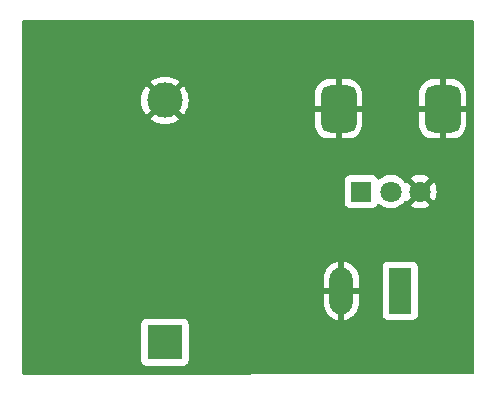
<source format=gbr>
%TF.GenerationSoftware,KiCad,Pcbnew,7.0.7+dfsg-1*%
%TF.CreationDate,2024-02-18T13:39:17+01:00*%
%TF.ProjectId,test23,74657374-3233-42e6-9b69-6361645f7063,rev?*%
%TF.SameCoordinates,Original*%
%TF.FileFunction,Copper,L1,Top*%
%TF.FilePolarity,Positive*%
%FSLAX46Y46*%
G04 Gerber Fmt 4.6, Leading zero omitted, Abs format (unit mm)*
G04 Created by KiCad (PCBNEW 7.0.7+dfsg-1) date 2024-02-18 13:39:17*
%MOMM*%
%LPD*%
G01*
G04 APERTURE LIST*
G04 Aperture macros list*
%AMRoundRect*
0 Rectangle with rounded corners*
0 $1 Rounding radius*
0 $2 $3 $4 $5 $6 $7 $8 $9 X,Y pos of 4 corners*
0 Add a 4 corners polygon primitive as box body*
4,1,4,$2,$3,$4,$5,$6,$7,$8,$9,$2,$3,0*
0 Add four circle primitives for the rounded corners*
1,1,$1+$1,$2,$3*
1,1,$1+$1,$4,$5*
1,1,$1+$1,$6,$7*
1,1,$1+$1,$8,$9*
0 Add four rect primitives between the rounded corners*
20,1,$1+$1,$2,$3,$4,$5,0*
20,1,$1+$1,$4,$5,$6,$7,0*
20,1,$1+$1,$6,$7,$8,$9,0*
20,1,$1+$1,$8,$9,$2,$3,0*%
G04 Aperture macros list end*
%TA.AperFunction,ComponentPad*%
%ADD10R,3.000000X3.000000*%
%TD*%
%TA.AperFunction,ComponentPad*%
%ADD11C,3.000000*%
%TD*%
%TA.AperFunction,ComponentPad*%
%ADD12R,1.800000X1.800000*%
%TD*%
%TA.AperFunction,ComponentPad*%
%ADD13C,1.800000*%
%TD*%
%TA.AperFunction,ComponentPad*%
%ADD14RoundRect,0.750000X0.750000X-1.250000X0.750000X1.250000X-0.750000X1.250000X-0.750000X-1.250000X0*%
%TD*%
%TA.AperFunction,ComponentPad*%
%ADD15R,1.980000X3.960000*%
%TD*%
%TA.AperFunction,ComponentPad*%
%ADD16O,1.980000X3.960000*%
%TD*%
%TA.AperFunction,ViaPad*%
%ADD17C,1.800000*%
%TD*%
G04 APERTURE END LIST*
D10*
%TO.P,BT1,1,+*%
%TO.N,V1*%
X147509999Y-77970001D03*
D11*
%TO.P,BT1,2,-*%
%TO.N,VGND*%
X147509999Y-57480001D03*
%TD*%
D12*
%TO.P,RV1,1,1*%
%TO.N,V1*%
X164120000Y-65200000D03*
D13*
%TO.P,RV1,2,2*%
%TO.N,V2*%
X166620000Y-65200000D03*
%TO.P,RV1,3,3*%
%TO.N,VGND*%
X169120000Y-65200000D03*
D14*
%TO.P,RV1,MP*%
X162220000Y-58200000D03*
X171020000Y-58200000D03*
%TD*%
D15*
%TO.P,J1,1,Pin_1*%
%TO.N,V2*%
X167450000Y-73610000D03*
D16*
%TO.P,J1,2,Pin_2*%
%TO.N,VGND*%
X162450000Y-73610000D03*
%TD*%
D17*
%TO.N,VGND*%
X155820000Y-52450000D03*
X137970000Y-52980000D03*
X171810000Y-75810000D03*
X139040000Y-75910000D03*
X155020000Y-76020000D03*
%TD*%
%TA.AperFunction,Conductor*%
%TO.N,VGND*%
G36*
X173622539Y-50670185D02*
G01*
X173668294Y-50722989D01*
X173679500Y-50774500D01*
X173679500Y-80546194D01*
X173659815Y-80613233D01*
X173607011Y-80658988D01*
X173555694Y-80670194D01*
X135708462Y-80729500D01*
X135574500Y-80729500D01*
X135507461Y-80709815D01*
X135461706Y-80657011D01*
X135450500Y-80605500D01*
X135450500Y-79517871D01*
X145509499Y-79517871D01*
X145509500Y-79517877D01*
X145515907Y-79577484D01*
X145566201Y-79712329D01*
X145566205Y-79712336D01*
X145652451Y-79827545D01*
X145652454Y-79827548D01*
X145767663Y-79913794D01*
X145767670Y-79913798D01*
X145902516Y-79964092D01*
X145902515Y-79964092D01*
X145909443Y-79964836D01*
X145962126Y-79970501D01*
X149057871Y-79970500D01*
X149117482Y-79964092D01*
X149252330Y-79913797D01*
X149367545Y-79827547D01*
X149453795Y-79712332D01*
X149504090Y-79577484D01*
X149510499Y-79517874D01*
X149510498Y-76422129D01*
X149504090Y-76362518D01*
X149453795Y-76227670D01*
X149453794Y-76227669D01*
X149453792Y-76227665D01*
X149367546Y-76112456D01*
X149367543Y-76112453D01*
X149252334Y-76026207D01*
X149252327Y-76026203D01*
X149117481Y-75975909D01*
X149117482Y-75975909D01*
X149057882Y-75969502D01*
X149057880Y-75969501D01*
X149057872Y-75969501D01*
X149057863Y-75969501D01*
X145962128Y-75969501D01*
X145962122Y-75969502D01*
X145902515Y-75975909D01*
X145767670Y-76026203D01*
X145767663Y-76026207D01*
X145652454Y-76112453D01*
X145652451Y-76112456D01*
X145566205Y-76227665D01*
X145566201Y-76227672D01*
X145515907Y-76362518D01*
X145509500Y-76422117D01*
X145509500Y-76422124D01*
X145509499Y-76422136D01*
X145509499Y-79517871D01*
X135450500Y-79517871D01*
X135450500Y-73359999D01*
X160959999Y-73359999D01*
X160960000Y-73360000D01*
X161673593Y-73360000D01*
X161740632Y-73379685D01*
X161786387Y-73432489D01*
X161796331Y-73501647D01*
X161793989Y-73513677D01*
X161790000Y-73529859D01*
X161790000Y-73690140D01*
X161793989Y-73706323D01*
X161790921Y-73776125D01*
X161750603Y-73833188D01*
X161685834Y-73859394D01*
X161673593Y-73860000D01*
X160960000Y-73860000D01*
X160960000Y-74661631D01*
X160975284Y-74846090D01*
X161035901Y-75085460D01*
X161135092Y-75311591D01*
X161270148Y-75518311D01*
X161437394Y-75699988D01*
X161437398Y-75699991D01*
X161632245Y-75851647D01*
X161632251Y-75851651D01*
X161849421Y-75969178D01*
X161849429Y-75969181D01*
X162082970Y-76049356D01*
X162199999Y-76068885D01*
X162200000Y-76068884D01*
X162200000Y-74384458D01*
X162219685Y-74317419D01*
X162272489Y-74271664D01*
X162338944Y-74261362D01*
X162402297Y-74269054D01*
X162410080Y-74270000D01*
X162410081Y-74270000D01*
X162489920Y-74270000D01*
X162497702Y-74269054D01*
X162561055Y-74261362D01*
X162629975Y-74272822D01*
X162681762Y-74319725D01*
X162700000Y-74384458D01*
X162700000Y-76068885D01*
X162817029Y-76049356D01*
X163050570Y-75969181D01*
X163050578Y-75969178D01*
X163267748Y-75851651D01*
X163267754Y-75851647D01*
X163462601Y-75699991D01*
X163462605Y-75699988D01*
X163519789Y-75637870D01*
X165959500Y-75637870D01*
X165959501Y-75637876D01*
X165965908Y-75697483D01*
X166016202Y-75832328D01*
X166016206Y-75832335D01*
X166102452Y-75947544D01*
X166102455Y-75947547D01*
X166217664Y-76033793D01*
X166217671Y-76033797D01*
X166352517Y-76084091D01*
X166352516Y-76084091D01*
X166359444Y-76084835D01*
X166412127Y-76090500D01*
X168487872Y-76090499D01*
X168547483Y-76084091D01*
X168682331Y-76033796D01*
X168797546Y-75947546D01*
X168883796Y-75832331D01*
X168934091Y-75697483D01*
X168940500Y-75637873D01*
X168940499Y-71582128D01*
X168934091Y-71522517D01*
X168933156Y-71520011D01*
X168883797Y-71387671D01*
X168883793Y-71387664D01*
X168797547Y-71272455D01*
X168797544Y-71272452D01*
X168682335Y-71186206D01*
X168682328Y-71186202D01*
X168547482Y-71135908D01*
X168547483Y-71135908D01*
X168487883Y-71129501D01*
X168487881Y-71129500D01*
X168487873Y-71129500D01*
X168487864Y-71129500D01*
X166412129Y-71129500D01*
X166412123Y-71129501D01*
X166352516Y-71135908D01*
X166217671Y-71186202D01*
X166217664Y-71186206D01*
X166102455Y-71272452D01*
X166102452Y-71272455D01*
X166016206Y-71387664D01*
X166016202Y-71387671D01*
X165965908Y-71522517D01*
X165959501Y-71582116D01*
X165959501Y-71582123D01*
X165959500Y-71582135D01*
X165959500Y-75637870D01*
X163519789Y-75637870D01*
X163629851Y-75518311D01*
X163764907Y-75311591D01*
X163864098Y-75085460D01*
X163924715Y-74846090D01*
X163940000Y-74661631D01*
X163940000Y-73860000D01*
X163226407Y-73860000D01*
X163159368Y-73840315D01*
X163113613Y-73787511D01*
X163103669Y-73718353D01*
X163106011Y-73706323D01*
X163107349Y-73700891D01*
X163110000Y-73690138D01*
X163110000Y-73529862D01*
X163106010Y-73513677D01*
X163109079Y-73443875D01*
X163149397Y-73386812D01*
X163214166Y-73360606D01*
X163226407Y-73360000D01*
X163940000Y-73360000D01*
X163940000Y-72558369D01*
X163924715Y-72373909D01*
X163864098Y-72134539D01*
X163764907Y-71908408D01*
X163629851Y-71701688D01*
X163462605Y-71520011D01*
X163462601Y-71520008D01*
X163267754Y-71368352D01*
X163267748Y-71368348D01*
X163050578Y-71250821D01*
X163050570Y-71250818D01*
X162817029Y-71170643D01*
X162700000Y-71151114D01*
X162700000Y-72835541D01*
X162680315Y-72902580D01*
X162627511Y-72948335D01*
X162561053Y-72958637D01*
X162489922Y-72950000D01*
X162489919Y-72950000D01*
X162410081Y-72950000D01*
X162410078Y-72950000D01*
X162338947Y-72958637D01*
X162270023Y-72947177D01*
X162218237Y-72900273D01*
X162200000Y-72835541D01*
X162200000Y-71151114D01*
X162199999Y-71151114D01*
X162082970Y-71170643D01*
X161849429Y-71250818D01*
X161849421Y-71250821D01*
X161632251Y-71368348D01*
X161632245Y-71368352D01*
X161437398Y-71520008D01*
X161437394Y-71520011D01*
X161270148Y-71701688D01*
X161135092Y-71908408D01*
X161035901Y-72134539D01*
X160975284Y-72373909D01*
X160960000Y-72558369D01*
X160959999Y-73359999D01*
X135450500Y-73359999D01*
X135450500Y-66147870D01*
X162719500Y-66147870D01*
X162719501Y-66147876D01*
X162725908Y-66207483D01*
X162776202Y-66342328D01*
X162776206Y-66342335D01*
X162862452Y-66457544D01*
X162862455Y-66457547D01*
X162977664Y-66543793D01*
X162977671Y-66543797D01*
X163112517Y-66594091D01*
X163112516Y-66594091D01*
X163119444Y-66594835D01*
X163172127Y-66600500D01*
X165067872Y-66600499D01*
X165127483Y-66594091D01*
X165262331Y-66543796D01*
X165377546Y-66457546D01*
X165463796Y-66342331D01*
X165482092Y-66293274D01*
X165523961Y-66237342D01*
X165589425Y-66212924D01*
X165657699Y-66227775D01*
X165674436Y-66238755D01*
X165851365Y-66376464D01*
X165851371Y-66376468D01*
X165851374Y-66376470D01*
X166001185Y-66457544D01*
X166054652Y-66486479D01*
X166055497Y-66486936D01*
X166169487Y-66526068D01*
X166275015Y-66562297D01*
X166275017Y-66562297D01*
X166275019Y-66562298D01*
X166503951Y-66600500D01*
X166503952Y-66600500D01*
X166736048Y-66600500D01*
X166736049Y-66600500D01*
X166964981Y-66562298D01*
X167184503Y-66486936D01*
X167388626Y-66376470D01*
X167571784Y-66233913D01*
X167728979Y-66063153D01*
X167766489Y-66005738D01*
X167819635Y-65960382D01*
X167888866Y-65950958D01*
X167952202Y-65980459D01*
X167966914Y-65997437D01*
X167968811Y-65997634D01*
X168511050Y-65455395D01*
X168572373Y-65421910D01*
X168642064Y-65426894D01*
X168697998Y-65468765D01*
X168703039Y-65476025D01*
X168703048Y-65476039D01*
X168738239Y-65530798D01*
X168853602Y-65630759D01*
X168851293Y-65633422D01*
X168886006Y-65673499D01*
X168895935Y-65742660D01*
X168866898Y-65806210D01*
X168860882Y-65812669D01*
X168321199Y-66352351D01*
X168351650Y-66376050D01*
X168555697Y-66486476D01*
X168555706Y-66486479D01*
X168775139Y-66561811D01*
X169003993Y-66600000D01*
X169236007Y-66600000D01*
X169464860Y-66561811D01*
X169684293Y-66486479D01*
X169684302Y-66486476D01*
X169888350Y-66376050D01*
X169918798Y-66352351D01*
X169379116Y-65812669D01*
X169345631Y-65751346D01*
X169350615Y-65681654D01*
X169387641Y-65632193D01*
X169386398Y-65630759D01*
X169393100Y-65624952D01*
X169501761Y-65530798D01*
X169536954Y-65476037D01*
X169589755Y-65430283D01*
X169658914Y-65420339D01*
X169722470Y-65449363D01*
X169728949Y-65455396D01*
X170271186Y-65997634D01*
X170355484Y-65868606D01*
X170448682Y-65656135D01*
X170505638Y-65431218D01*
X170524798Y-65200005D01*
X170524798Y-65199994D01*
X170505638Y-64968781D01*
X170448682Y-64743864D01*
X170355483Y-64531390D01*
X170271186Y-64402364D01*
X169728949Y-64944602D01*
X169667626Y-64978087D01*
X169597934Y-64973103D01*
X169542001Y-64931231D01*
X169536953Y-64923961D01*
X169501761Y-64869202D01*
X169386398Y-64769241D01*
X169388708Y-64766574D01*
X169354005Y-64726528D01*
X169344058Y-64657370D01*
X169373080Y-64593813D01*
X169379116Y-64587330D01*
X169918799Y-64047647D01*
X169888349Y-64023949D01*
X169684302Y-63913523D01*
X169684293Y-63913520D01*
X169464860Y-63838188D01*
X169236007Y-63800000D01*
X169003993Y-63800000D01*
X168775139Y-63838188D01*
X168555706Y-63913520D01*
X168555698Y-63913523D01*
X168351644Y-64023952D01*
X168321200Y-64047646D01*
X168321200Y-64047647D01*
X168860883Y-64587330D01*
X168894368Y-64648653D01*
X168889384Y-64718345D01*
X168852357Y-64767805D01*
X168853602Y-64769241D01*
X168738238Y-64869202D01*
X168703046Y-64923962D01*
X168650242Y-64969717D01*
X168581083Y-64979660D01*
X168517528Y-64950634D01*
X168511050Y-64944603D01*
X167968811Y-64402364D01*
X167964030Y-64402860D01*
X167920960Y-64439617D01*
X167851729Y-64449041D01*
X167788393Y-64419539D01*
X167766489Y-64394260D01*
X167728983Y-64336852D01*
X167728980Y-64336849D01*
X167728979Y-64336847D01*
X167571784Y-64166087D01*
X167571779Y-64166083D01*
X167571777Y-64166081D01*
X167388634Y-64023535D01*
X167388628Y-64023531D01*
X167184504Y-63913064D01*
X167184495Y-63913061D01*
X166964984Y-63837702D01*
X166774450Y-63805908D01*
X166736049Y-63799500D01*
X166503951Y-63799500D01*
X166465550Y-63805908D01*
X166275015Y-63837702D01*
X166055504Y-63913061D01*
X166055495Y-63913064D01*
X165851372Y-64023531D01*
X165674436Y-64161245D01*
X165609442Y-64186887D01*
X165540902Y-64173320D01*
X165490577Y-64124852D01*
X165482092Y-64106723D01*
X165463798Y-64057673D01*
X165463793Y-64057664D01*
X165377547Y-63942455D01*
X165377544Y-63942452D01*
X165262335Y-63856206D01*
X165262328Y-63856202D01*
X165127482Y-63805908D01*
X165127483Y-63805908D01*
X165067883Y-63799501D01*
X165067881Y-63799500D01*
X165067873Y-63799500D01*
X165067864Y-63799500D01*
X163172129Y-63799500D01*
X163172123Y-63799501D01*
X163112516Y-63805908D01*
X162977671Y-63856202D01*
X162977664Y-63856206D01*
X162862455Y-63942452D01*
X162862452Y-63942455D01*
X162776206Y-64057664D01*
X162776202Y-64057671D01*
X162725908Y-64192517D01*
X162719501Y-64252116D01*
X162719500Y-64252135D01*
X162719500Y-66147870D01*
X135450500Y-66147870D01*
X135450500Y-57480002D01*
X145504890Y-57480002D01*
X145525299Y-57765363D01*
X145586108Y-58044896D01*
X145686090Y-58312959D01*
X145823190Y-58564039D01*
X145823195Y-58564047D01*
X145929881Y-58706562D01*
X145929882Y-58706563D01*
X146721666Y-57914779D01*
X146782989Y-57881294D01*
X146852680Y-57886278D01*
X146908614Y-57928150D01*
X146908810Y-57928412D01*
X146960755Y-57998186D01*
X147066222Y-58086684D01*
X147104924Y-58144855D01*
X147106032Y-58214716D01*
X147074197Y-58269354D01*
X146283435Y-59060115D01*
X146283435Y-59060116D01*
X146425959Y-59166808D01*
X146425960Y-59166809D01*
X146677041Y-59303909D01*
X146677040Y-59303909D01*
X146945103Y-59403891D01*
X147224636Y-59464700D01*
X147509998Y-59485110D01*
X147510000Y-59485110D01*
X147795361Y-59464700D01*
X148074894Y-59403891D01*
X148342957Y-59303909D01*
X148594046Y-59166804D01*
X148736560Y-59060117D01*
X148736561Y-59060116D01*
X147945874Y-58269429D01*
X147912389Y-58208106D01*
X147917373Y-58138414D01*
X147959245Y-58082481D01*
X147965397Y-58078160D01*
X147995372Y-58058446D01*
X148115687Y-57930919D01*
X148115686Y-57930919D01*
X148120644Y-57925665D01*
X148121841Y-57926794D01*
X148170628Y-57890053D01*
X148240305Y-57884867D01*
X148301725Y-57918174D01*
X149090114Y-58706563D01*
X149090115Y-58706562D01*
X149196802Y-58564048D01*
X149333907Y-58312959D01*
X149433889Y-58044896D01*
X149454532Y-57950000D01*
X160220000Y-57950000D01*
X161196000Y-57950000D01*
X161263039Y-57969685D01*
X161308794Y-58022489D01*
X161320000Y-58074000D01*
X161320000Y-58326000D01*
X161300315Y-58393039D01*
X161247511Y-58438794D01*
X161196000Y-58450000D01*
X160220001Y-58450000D01*
X160220001Y-59514192D01*
X160230400Y-59646332D01*
X160285377Y-59864519D01*
X160378428Y-60069374D01*
X160378431Y-60069380D01*
X160506559Y-60254323D01*
X160506569Y-60254335D01*
X160665664Y-60413430D01*
X160665676Y-60413440D01*
X160850619Y-60541568D01*
X160850625Y-60541571D01*
X161055480Y-60634622D01*
X161273667Y-60689599D01*
X161405807Y-60700000D01*
X161969999Y-60699999D01*
X161970000Y-60699998D01*
X161970000Y-59370094D01*
X161989685Y-59303055D01*
X162042489Y-59257300D01*
X162111647Y-59247356D01*
X162119750Y-59248797D01*
X162125406Y-59250000D01*
X162125411Y-59250000D01*
X162314589Y-59250000D01*
X162314594Y-59250000D01*
X162320219Y-59248804D01*
X162389883Y-59254119D01*
X162445618Y-59296254D01*
X162469725Y-59361833D01*
X162470000Y-59370094D01*
X162470000Y-60699999D01*
X163034192Y-60699999D01*
X163166332Y-60689599D01*
X163384519Y-60634622D01*
X163589374Y-60541571D01*
X163589380Y-60541568D01*
X163774323Y-60413440D01*
X163774335Y-60413430D01*
X163933430Y-60254335D01*
X163933440Y-60254323D01*
X164061568Y-60069380D01*
X164061571Y-60069374D01*
X164154622Y-59864519D01*
X164209599Y-59646332D01*
X164220000Y-59514194D01*
X164220000Y-58450000D01*
X163244000Y-58450000D01*
X163176961Y-58430315D01*
X163131206Y-58377511D01*
X163120000Y-58326000D01*
X163120000Y-58074000D01*
X163139685Y-58006961D01*
X163192489Y-57961206D01*
X163244000Y-57950000D01*
X164219999Y-57950000D01*
X169020000Y-57950000D01*
X169996000Y-57950000D01*
X170063039Y-57969685D01*
X170108794Y-58022489D01*
X170120000Y-58074000D01*
X170120000Y-58326000D01*
X170100315Y-58393039D01*
X170047511Y-58438794D01*
X169996000Y-58450000D01*
X169020001Y-58450000D01*
X169020001Y-59514192D01*
X169030400Y-59646332D01*
X169085377Y-59864519D01*
X169178428Y-60069374D01*
X169178431Y-60069380D01*
X169306559Y-60254323D01*
X169306569Y-60254335D01*
X169465664Y-60413430D01*
X169465676Y-60413440D01*
X169650619Y-60541568D01*
X169650625Y-60541571D01*
X169855480Y-60634622D01*
X170073667Y-60689599D01*
X170205807Y-60700000D01*
X170769999Y-60699999D01*
X170770000Y-60699998D01*
X170770000Y-59370094D01*
X170789685Y-59303055D01*
X170842489Y-59257300D01*
X170911647Y-59247356D01*
X170919750Y-59248797D01*
X170925406Y-59250000D01*
X170925411Y-59250000D01*
X171114589Y-59250000D01*
X171114594Y-59250000D01*
X171120219Y-59248804D01*
X171189883Y-59254119D01*
X171245618Y-59296254D01*
X171269725Y-59361833D01*
X171270000Y-59370094D01*
X171270000Y-60699999D01*
X171834192Y-60699999D01*
X171966332Y-60689599D01*
X172184519Y-60634622D01*
X172389374Y-60541571D01*
X172389380Y-60541568D01*
X172574323Y-60413440D01*
X172574335Y-60413430D01*
X172733430Y-60254335D01*
X172733440Y-60254323D01*
X172861568Y-60069380D01*
X172861571Y-60069374D01*
X172954622Y-59864519D01*
X173009599Y-59646332D01*
X173020000Y-59514194D01*
X173020000Y-58450000D01*
X172044000Y-58450000D01*
X171976961Y-58430315D01*
X171931206Y-58377511D01*
X171920000Y-58326000D01*
X171920000Y-58074000D01*
X171939685Y-58006961D01*
X171992489Y-57961206D01*
X172044000Y-57950000D01*
X173019999Y-57950000D01*
X173019999Y-56885808D01*
X173009599Y-56753667D01*
X172954622Y-56535480D01*
X172861571Y-56330625D01*
X172861568Y-56330619D01*
X172733440Y-56145676D01*
X172733430Y-56145664D01*
X172574335Y-55986569D01*
X172574323Y-55986559D01*
X172389380Y-55858431D01*
X172389374Y-55858428D01*
X172184519Y-55765377D01*
X171966332Y-55710400D01*
X171834194Y-55700000D01*
X171270000Y-55700000D01*
X171270000Y-57029905D01*
X171250315Y-57096944D01*
X171197511Y-57142699D01*
X171128353Y-57152643D01*
X171120225Y-57151197D01*
X171114594Y-57150000D01*
X170925406Y-57150000D01*
X170919775Y-57151197D01*
X170850108Y-57145877D01*
X170794377Y-57103737D01*
X170770275Y-57038156D01*
X170770000Y-57029905D01*
X170770000Y-55700000D01*
X170769999Y-55700000D01*
X170205808Y-55700001D01*
X170073667Y-55710400D01*
X169855480Y-55765377D01*
X169650625Y-55858428D01*
X169650619Y-55858431D01*
X169465676Y-55986559D01*
X169465664Y-55986569D01*
X169306569Y-56145664D01*
X169306559Y-56145676D01*
X169178431Y-56330619D01*
X169178428Y-56330625D01*
X169085377Y-56535480D01*
X169030400Y-56753667D01*
X169020000Y-56885806D01*
X169020000Y-57950000D01*
X164219999Y-57950000D01*
X164219999Y-56885808D01*
X164209599Y-56753667D01*
X164154622Y-56535480D01*
X164061571Y-56330625D01*
X164061568Y-56330619D01*
X163933440Y-56145676D01*
X163933430Y-56145664D01*
X163774335Y-55986569D01*
X163774323Y-55986559D01*
X163589380Y-55858431D01*
X163589374Y-55858428D01*
X163384519Y-55765377D01*
X163166332Y-55710400D01*
X163034194Y-55700000D01*
X162470000Y-55700000D01*
X162470000Y-57029905D01*
X162450315Y-57096944D01*
X162397511Y-57142699D01*
X162328353Y-57152643D01*
X162320225Y-57151197D01*
X162314594Y-57150000D01*
X162125406Y-57150000D01*
X162119775Y-57151197D01*
X162050108Y-57145877D01*
X161994377Y-57103737D01*
X161970275Y-57038156D01*
X161970000Y-57029905D01*
X161970000Y-55700000D01*
X161969999Y-55700000D01*
X161405808Y-55700001D01*
X161273667Y-55710400D01*
X161055480Y-55765377D01*
X160850625Y-55858428D01*
X160850619Y-55858431D01*
X160665676Y-55986559D01*
X160665664Y-55986569D01*
X160506569Y-56145664D01*
X160506559Y-56145676D01*
X160378431Y-56330619D01*
X160378428Y-56330625D01*
X160285377Y-56535480D01*
X160230400Y-56753667D01*
X160220000Y-56885806D01*
X160220000Y-57950000D01*
X149454532Y-57950000D01*
X149494698Y-57765363D01*
X149515108Y-57480002D01*
X149515108Y-57479999D01*
X149494698Y-57194638D01*
X149433889Y-56915105D01*
X149333907Y-56647042D01*
X149196807Y-56395962D01*
X149196806Y-56395961D01*
X149090114Y-56253437D01*
X149090113Y-56253437D01*
X148298330Y-57045221D01*
X148237007Y-57078706D01*
X148167315Y-57073722D01*
X148111382Y-57031850D01*
X148111290Y-57031727D01*
X148059243Y-56961816D01*
X147953772Y-56873314D01*
X147915071Y-56815145D01*
X147913963Y-56745284D01*
X147945798Y-56690646D01*
X148736561Y-55899884D01*
X148736560Y-55899883D01*
X148594045Y-55793197D01*
X148594037Y-55793192D01*
X148342956Y-55656092D01*
X148342957Y-55656092D01*
X148074894Y-55556110D01*
X147795361Y-55495301D01*
X147510000Y-55474892D01*
X147509998Y-55474892D01*
X147224636Y-55495301D01*
X146945103Y-55556110D01*
X146677040Y-55656092D01*
X146425960Y-55793192D01*
X146425952Y-55793197D01*
X146283435Y-55899883D01*
X146283435Y-55899884D01*
X147074123Y-56690572D01*
X147107608Y-56751895D01*
X147102624Y-56821587D01*
X147060752Y-56877520D01*
X147054582Y-56881853D01*
X147024626Y-56901555D01*
X146899354Y-57034336D01*
X146898162Y-57033211D01*
X146849323Y-57069963D01*
X146779645Y-57075123D01*
X146718237Y-57041792D01*
X145929882Y-56253437D01*
X145929881Y-56253437D01*
X145823195Y-56395954D01*
X145823190Y-56395962D01*
X145686090Y-56647042D01*
X145586108Y-56915105D01*
X145525299Y-57194638D01*
X145504890Y-57479999D01*
X145504890Y-57480002D01*
X135450500Y-57480002D01*
X135450500Y-50774500D01*
X135470185Y-50707461D01*
X135522989Y-50661706D01*
X135574500Y-50650500D01*
X173555500Y-50650500D01*
X173622539Y-50670185D01*
G37*
%TD.AperFunction*%
%TD*%
M02*

</source>
